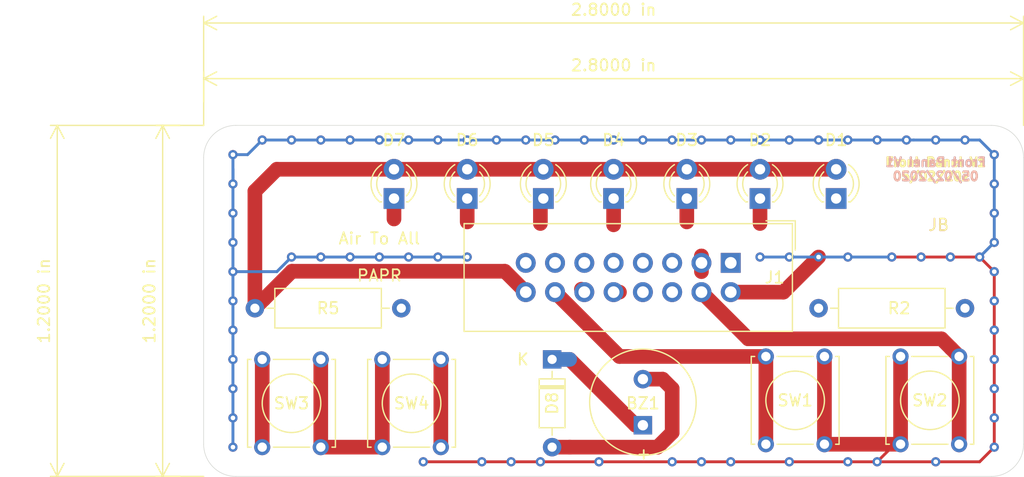
<source format=kicad_pcb>
(kicad_pcb (version 20171130) (host pcbnew "(5.1.5)-3")

  (general
    (thickness 1.6)
    (drawings 19)
    (tracks 210)
    (zones 0)
    (modules 16)
    (nets 16)
  )

  (page A4)
  (layers
    (0 F.Cu signal)
    (31 B.Cu signal)
    (32 B.Adhes user)
    (33 F.Adhes user)
    (34 B.Paste user)
    (35 F.Paste user)
    (36 B.SilkS user)
    (37 F.SilkS user)
    (38 B.Mask user)
    (39 F.Mask user)
    (40 Dwgs.User user)
    (41 Cmts.User user)
    (42 Eco1.User user)
    (43 Eco2.User user)
    (44 Edge.Cuts user)
    (45 Margin user)
    (46 B.CrtYd user)
    (47 F.CrtYd user)
    (48 B.Fab user hide)
    (49 F.Fab user hide)
  )

  (setup
    (last_trace_width 1.27)
    (user_trace_width 1.27)
    (trace_clearance 0.2)
    (zone_clearance 0.508)
    (zone_45_only no)
    (trace_min 0.2)
    (via_size 0.8)
    (via_drill 0.4)
    (via_min_size 0.4)
    (via_min_drill 0.3)
    (uvia_size 0.3)
    (uvia_drill 0.1)
    (uvias_allowed no)
    (uvia_min_size 0.2)
    (uvia_min_drill 0.1)
    (edge_width 0.05)
    (segment_width 0.2)
    (pcb_text_width 0.3)
    (pcb_text_size 1.5 1.5)
    (mod_edge_width 0.12)
    (mod_text_size 1 1)
    (mod_text_width 0.15)
    (pad_size 1.524 1.524)
    (pad_drill 0.762)
    (pad_to_mask_clearance 0.051)
    (solder_mask_min_width 0.25)
    (aux_axis_origin 0 0)
    (visible_elements 7FFFF7FF)
    (pcbplotparams
      (layerselection 0x010fc_ffffffff)
      (usegerberextensions false)
      (usegerberattributes false)
      (usegerberadvancedattributes false)
      (creategerberjobfile false)
      (excludeedgelayer true)
      (linewidth 0.100000)
      (plotframeref false)
      (viasonmask false)
      (mode 1)
      (useauxorigin false)
      (hpglpennumber 1)
      (hpglpenspeed 20)
      (hpglpendiameter 15.000000)
      (psnegative false)
      (psa4output false)
      (plotreference true)
      (plotvalue true)
      (plotinvisibletext false)
      (padsonsilk false)
      (subtractmaskfromsilk false)
      (outputformat 1)
      (mirror false)
      (drillshape 0)
      (scaleselection 1)
      (outputdirectory "../../2/"))
  )

  (net 0 "")
  (net 1 GND)
  (net 2 Down)
  (net 3 Up)
  (net 4 +5V)
  (net 5 LED5)
  (net 6 LED4)
  (net 7 LED3)
  (net 8 LED2)
  (net 9 LED1)
  (net 10 LED7)
  (net 11 LED6)
  (net 12 ON)
  (net 13 ON\*OFF)
  (net 14 Buzzer-)
  (net 15 Buzzer+)

  (net_class Default "This is the default net class."
    (clearance 0.2)
    (trace_width 0.25)
    (via_dia 0.8)
    (via_drill 0.4)
    (uvia_dia 0.3)
    (uvia_drill 0.1)
    (add_net +5V)
    (add_net Buzzer+)
    (add_net Buzzer-)
    (add_net Down)
    (add_net GND)
    (add_net LED1)
    (add_net LED2)
    (add_net LED3)
    (add_net LED4)
    (add_net LED5)
    (add_net LED6)
    (add_net LED7)
    (add_net ON)
    (add_net ON\*OFF)
    (add_net Up)
  )

  (module Resistor_THT:R_Axial_DIN0309_L9.0mm_D3.2mm_P12.70mm_Horizontal (layer F.Cu) (tedit 5AE5139B) (tstamp 5EAD35E4)
    (at 217.17 66.675)
    (descr "Resistor, Axial_DIN0309 series, Axial, Horizontal, pin pitch=12.7mm, 0.5W = 1/2W, length*diameter=9*3.2mm^2, http://cdn-reichelt.de/documents/datenblatt/B400/1_4W%23YAG.pdf")
    (tags "Resistor Axial_DIN0309 series Axial Horizontal pin pitch 12.7mm 0.5W = 1/2W length 9mm diameter 3.2mm")
    (path /5EB58C97)
    (fp_text reference R2 (at 6.985 0) (layer F.SilkS)
      (effects (font (size 1 1) (thickness 0.15)))
    )
    (fp_text value 100k (at 6.35 2.72) (layer F.Fab)
      (effects (font (size 1 1) (thickness 0.15)))
    )
    (fp_text user %R (at 6.35 0) (layer F.Fab)
      (effects (font (size 1 1) (thickness 0.15)))
    )
    (fp_line (start 13.75 -1.85) (end -1.05 -1.85) (layer F.CrtYd) (width 0.05))
    (fp_line (start 13.75 1.85) (end 13.75 -1.85) (layer F.CrtYd) (width 0.05))
    (fp_line (start -1.05 1.85) (end 13.75 1.85) (layer F.CrtYd) (width 0.05))
    (fp_line (start -1.05 -1.85) (end -1.05 1.85) (layer F.CrtYd) (width 0.05))
    (fp_line (start 11.66 0) (end 10.97 0) (layer F.SilkS) (width 0.12))
    (fp_line (start 1.04 0) (end 1.73 0) (layer F.SilkS) (width 0.12))
    (fp_line (start 10.97 -1.72) (end 1.73 -1.72) (layer F.SilkS) (width 0.12))
    (fp_line (start 10.97 1.72) (end 10.97 -1.72) (layer F.SilkS) (width 0.12))
    (fp_line (start 1.73 1.72) (end 10.97 1.72) (layer F.SilkS) (width 0.12))
    (fp_line (start 1.73 -1.72) (end 1.73 1.72) (layer F.SilkS) (width 0.12))
    (fp_line (start 12.7 0) (end 10.85 0) (layer F.Fab) (width 0.1))
    (fp_line (start 0 0) (end 1.85 0) (layer F.Fab) (width 0.1))
    (fp_line (start 10.85 -1.6) (end 1.85 -1.6) (layer F.Fab) (width 0.1))
    (fp_line (start 10.85 1.6) (end 10.85 -1.6) (layer F.Fab) (width 0.1))
    (fp_line (start 1.85 1.6) (end 10.85 1.6) (layer F.Fab) (width 0.1))
    (fp_line (start 1.85 -1.6) (end 1.85 1.6) (layer F.Fab) (width 0.1))
    (pad 2 thru_hole oval (at 12.7 0) (size 1.6 1.6) (drill 0.8) (layers *.Cu *.Mask)
      (net 4 +5V))
    (pad 1 thru_hole circle (at 0 0) (size 1.6 1.6) (drill 0.8) (layers *.Cu *.Mask)
      (net 2 Down))
    (model ${KISYS3DMOD}/Resistor_THT.3dshapes/R_Axial_DIN0309_L9.0mm_D3.2mm_P12.70mm_Horizontal.wrl
      (at (xyz 0 0 0))
      (scale (xyz 1 1 1))
      (rotate (xyz 0 0 0))
    )
  )

  (module Button_Switch_THT:SW_Tactile_Straight_KSL0Axx1LFTR (layer F.Cu) (tedit 5A02FE31) (tstamp 5EAD0D7A)
    (at 224.282 78.486 90)
    (descr "SW PUSH SMALL http://www.ckswitches.com/media/1457/ksa_ksl.pdf")
    (tags "SW PUSH SMALL Tactile C&K")
    (path /5EABAB46)
    (fp_text reference SW2 (at 3.81 2.54 180) (layer F.SilkS)
      (effects (font (size 1 1) (thickness 0.15)))
    )
    (fp_text value Fan_Up (at 3.81 7.28 90) (layer F.Fab)
      (effects (font (size 1 1) (thickness 0.15)))
    )
    (fp_circle (center 3.81 2.54) (end 3.81 0) (layer F.SilkS) (width 0.12))
    (fp_line (start 0 6.05) (end 0 6.35) (layer F.SilkS) (width 0.12))
    (fp_line (start 7.62 6.05) (end 7.62 6.35) (layer F.SilkS) (width 0.12))
    (fp_line (start 8.57 6.49) (end -0.95 6.49) (layer F.CrtYd) (width 0.05))
    (fp_line (start 8.57 6.49) (end 8.57 -1.41) (layer F.CrtYd) (width 0.05))
    (fp_line (start -0.95 -1.41) (end -0.95 6.49) (layer F.CrtYd) (width 0.05))
    (fp_line (start -0.95 -1.41) (end 8.57 -1.41) (layer F.CrtYd) (width 0.05))
    (fp_line (start 0 0.97) (end 0 4.11) (layer F.SilkS) (width 0.12))
    (fp_line (start 7.62 0.97) (end 7.62 4.11) (layer F.SilkS) (width 0.12))
    (fp_line (start 0 -1.27) (end 0 -0.97) (layer F.SilkS) (width 0.12))
    (fp_line (start 7.62 6.35) (end 0 6.35) (layer F.SilkS) (width 0.12))
    (fp_line (start 7.62 -1.27) (end 7.62 -0.97) (layer F.SilkS) (width 0.12))
    (fp_line (start 0 -1.27) (end 7.62 -1.27) (layer F.SilkS) (width 0.12))
    (fp_text user %R (at 3.81 2.54 90) (layer F.Fab)
      (effects (font (size 1 1) (thickness 0.15)))
    )
    (fp_line (start 0.11 6.24) (end 0.11 -1.16) (layer F.Fab) (width 0.1))
    (fp_line (start 0.11 -1.16) (end 7.51 -1.16) (layer F.Fab) (width 0.1))
    (fp_line (start 7.51 -1.16) (end 7.51 6.24) (layer F.Fab) (width 0.1))
    (fp_line (start 7.51 6.24) (end 0.11 6.24) (layer F.Fab) (width 0.1))
    (pad 2 thru_hole circle (at 0 5.08 90) (size 1.397 1.397) (drill 0.8128) (layers *.Cu *.Mask)
      (net 3 Up))
    (pad 1 thru_hole circle (at 0 0 90) (size 1.397 1.397) (drill 0.8128) (layers *.Cu *.Mask)
      (net 1 GND))
    (pad 2 thru_hole circle (at 7.62 5.08 90) (size 1.397 1.397) (drill 0.8128) (layers *.Cu *.Mask)
      (net 3 Up))
    (pad 1 thru_hole circle (at 7.62 0 90) (size 1.397 1.397) (drill 0.8128) (layers *.Cu *.Mask)
      (net 1 GND))
    (model ${KISYS3DMOD}/Button_Switch_THT.3dshapes/SW_PUSH_6mm_H5mm.wrl
      (at (xyz 0 0 0))
      (scale (xyz 1.2 1.1 1))
      (rotate (xyz 0 0 0))
    )
  )

  (module Connector_IDC:IDC-Header_2x08_P2.54mm_Vertical (layer F.Cu) (tedit 59DE0341) (tstamp 5EB436F6)
    (at 209.55 62.738 270)
    (descr "Through hole straight IDC box header, 2x08, 2.54mm pitch, double rows")
    (tags "Through hole IDC box header THT 2x08 2.54mm double row")
    (path /5EB458C0)
    (fp_text reference J1 (at 1.27 -3.81) (layer F.SilkS)
      (effects (font (size 1 1) (thickness 0.15)))
    )
    (fp_text value Front_panel_control (at 1.27 24.384 90) (layer F.Fab)
      (effects (font (size 1 1) (thickness 0.15)))
    )
    (fp_line (start -3.655 -5.6) (end -1.115 -5.6) (layer F.SilkS) (width 0.12))
    (fp_line (start -3.655 -5.6) (end -3.655 -3.06) (layer F.SilkS) (width 0.12))
    (fp_line (start -3.405 -5.35) (end 5.945 -5.35) (layer F.SilkS) (width 0.12))
    (fp_line (start -3.405 23.13) (end -3.405 -5.35) (layer F.SilkS) (width 0.12))
    (fp_line (start 5.945 23.13) (end -3.405 23.13) (layer F.SilkS) (width 0.12))
    (fp_line (start 5.945 -5.35) (end 5.945 23.13) (layer F.SilkS) (width 0.12))
    (fp_line (start -3.41 -5.35) (end 5.95 -5.35) (layer F.CrtYd) (width 0.05))
    (fp_line (start -3.41 23.13) (end -3.41 -5.35) (layer F.CrtYd) (width 0.05))
    (fp_line (start 5.95 23.13) (end -3.41 23.13) (layer F.CrtYd) (width 0.05))
    (fp_line (start 5.95 -5.35) (end 5.95 23.13) (layer F.CrtYd) (width 0.05))
    (fp_line (start -3.155 22.88) (end -2.605 22.32) (layer F.Fab) (width 0.1))
    (fp_line (start -3.155 -5.1) (end -2.605 -4.56) (layer F.Fab) (width 0.1))
    (fp_line (start 5.695 22.88) (end 5.145 22.32) (layer F.Fab) (width 0.1))
    (fp_line (start 5.695 -5.1) (end 5.145 -4.56) (layer F.Fab) (width 0.1))
    (fp_line (start 5.145 22.32) (end -2.605 22.32) (layer F.Fab) (width 0.1))
    (fp_line (start 5.695 22.88) (end -3.155 22.88) (layer F.Fab) (width 0.1))
    (fp_line (start 5.145 -4.56) (end -2.605 -4.56) (layer F.Fab) (width 0.1))
    (fp_line (start 5.695 -5.1) (end -3.155 -5.1) (layer F.Fab) (width 0.1))
    (fp_line (start -2.605 11.14) (end -3.155 11.14) (layer F.Fab) (width 0.1))
    (fp_line (start -2.605 6.64) (end -3.155 6.64) (layer F.Fab) (width 0.1))
    (fp_line (start -2.605 11.14) (end -2.605 22.32) (layer F.Fab) (width 0.1))
    (fp_line (start -2.605 -4.56) (end -2.605 6.64) (layer F.Fab) (width 0.1))
    (fp_line (start -3.155 -5.1) (end -3.155 22.88) (layer F.Fab) (width 0.1))
    (fp_line (start 5.145 -4.56) (end 5.145 22.32) (layer F.Fab) (width 0.1))
    (fp_line (start 5.695 -5.1) (end 5.695 22.88) (layer F.Fab) (width 0.1))
    (fp_text user %R (at 1.27 8.89 90) (layer F.Fab)
      (effects (font (size 1 1) (thickness 0.15)))
    )
    (pad 16 thru_hole oval (at 2.54 17.78 270) (size 1.7272 1.7272) (drill 1.016) (layers *.Cu *.Mask)
      (net 4 +5V))
    (pad 15 thru_hole oval (at 0 17.78 270) (size 1.7272 1.7272) (drill 1.016) (layers *.Cu *.Mask)
      (net 1 GND))
    (pad 14 thru_hole oval (at 2.54 15.24 270) (size 1.7272 1.7272) (drill 1.016) (layers *.Cu *.Mask)
      (net 2 Down))
    (pad 13 thru_hole oval (at 0 15.24 270) (size 1.7272 1.7272) (drill 1.016) (layers *.Cu *.Mask)
      (net 10 LED7))
    (pad 12 thru_hole oval (at 2.54 12.7 270) (size 1.7272 1.7272) (drill 1.016) (layers *.Cu *.Mask)
      (net 13 ON\*OFF))
    (pad 11 thru_hole oval (at 0 12.7 270) (size 1.7272 1.7272) (drill 1.016) (layers *.Cu *.Mask)
      (net 11 LED6))
    (pad 10 thru_hole oval (at 2.54 10.16 270) (size 1.7272 1.7272) (drill 1.016) (layers *.Cu *.Mask)
      (net 14 Buzzer-))
    (pad 9 thru_hole oval (at 0 10.16 270) (size 1.7272 1.7272) (drill 1.016) (layers *.Cu *.Mask)
      (net 5 LED5))
    (pad 8 thru_hole oval (at 2.54 7.62 270) (size 1.7272 1.7272) (drill 1.016) (layers *.Cu *.Mask)
      (net 15 Buzzer+))
    (pad 7 thru_hole oval (at 0 7.62 270) (size 1.7272 1.7272) (drill 1.016) (layers *.Cu *.Mask)
      (net 6 LED4))
    (pad 6 thru_hole oval (at 2.54 5.08 270) (size 1.7272 1.7272) (drill 1.016) (layers *.Cu *.Mask)
      (net 12 ON))
    (pad 5 thru_hole oval (at 0 5.08 270) (size 1.7272 1.7272) (drill 1.016) (layers *.Cu *.Mask)
      (net 7 LED3))
    (pad 4 thru_hole oval (at 2.54 2.54 270) (size 1.7272 1.7272) (drill 1.016) (layers *.Cu *.Mask)
      (net 3 Up))
    (pad 3 thru_hole oval (at 0 2.54 270) (size 1.7272 1.7272) (drill 1.016) (layers *.Cu *.Mask)
      (net 8 LED2))
    (pad 2 thru_hole oval (at 2.54 0 270) (size 1.7272 1.7272) (drill 1.016) (layers *.Cu *.Mask)
      (net 1 GND))
    (pad 1 thru_hole rect (at 0 0 270) (size 1.7272 1.7272) (drill 1.016) (layers *.Cu *.Mask)
      (net 9 LED1))
    (model ${KISYS3DMOD}/Connector_IDC.3dshapes/IDC-Header_2x08_P2.54mm_Vertical.wrl
      (at (xyz 0 0 0))
      (scale (xyz 1 1 1))
      (rotate (xyz 0 0 0))
    )
  )

  (module Buzzer_Beeper:MagneticBuzzer_PUI_AT-0927-TT-6-R (layer F.Cu) (tedit 5D61BE61) (tstamp 5EADA5C7)
    (at 201.93 76.835 90)
    (descr "Buzzer Magnetic 9mm AT-0927-TT-6-R, http://www.puiaudio.com/pdf/AT-0927-TT-6-R.pdf")
    (tags "Buzzer Magnetic 9mm AT-0927-TT-6-R")
    (path /5EF39919)
    (fp_text reference BZ1 (at 1.905 0 180) (layer F.SilkS)
      (effects (font (size 1 1) (thickness 0.15)))
    )
    (fp_text value Buzzer (at 2 7 90) (layer F.Fab)
      (effects (font (size 1 1) (thickness 0.15)))
    )
    (fp_circle (center 2 0) (end 6.75 0) (layer F.CrtYd) (width 0.05))
    (fp_circle (center 2 0) (end 6.5 0) (layer F.Fab) (width 0.1))
    (fp_text user + (at -2.54 0 90) (layer F.SilkS)
      (effects (font (size 1 1) (thickness 0.15)))
    )
    (fp_text user + (at -1.5 -0.1 90) (layer F.Fab)
      (effects (font (size 1 1) (thickness 0.15)))
    )
    (fp_text user %R (at 2 2 90) (layer F.Fab)
      (effects (font (size 1 1) (thickness 0.15)))
    )
    (fp_circle (center 2 0) (end 6.62 0) (layer F.SilkS) (width 0.12))
    (pad 2 thru_hole circle (at 4 0 90) (size 1.6 1.6) (drill 0.9) (layers *.Cu *.Mask)
      (net 14 Buzzer-))
    (pad 1 thru_hole rect (at 0 0 90) (size 1.6 1.6) (drill 0.9) (layers *.Cu *.Mask)
      (net 15 Buzzer+))
    (model ${KISYS3DMOD}/Buzzer_Beeper.3dshapes/MagneticBuzzer_PUI_AT-0927-TT-6-R.wrl
      (at (xyz 0 0 0))
      (scale (xyz 1 1.1 1))
      (rotate (xyz 0 0 0))
    )
    (model ${KISYS3DMOD}/Buzzer_Beeper.3dshapes/MagneticBuzzer_Kingstate_KCG0601.step
      (at (xyz 0 0 0))
      (scale (xyz 1.2 1.2 1))
      (rotate (xyz 0 0 0))
    )
  )

  (module Diode_THT:D_DO-35_SOD27_P7.62mm_Horizontal (layer F.Cu) (tedit 5AE50CD5) (tstamp 5EADA6E2)
    (at 194.056 71.12 270)
    (descr "Diode, DO-35_SOD27 series, Axial, Horizontal, pin pitch=7.62mm, , length*diameter=4*2mm^2, , http://www.diodes.com/_files/packages/DO-35.pdf")
    (tags "Diode DO-35_SOD27 series Axial Horizontal pin pitch 7.62mm  length 4mm diameter 2mm")
    (path /5EC36708)
    (fp_text reference D8 (at 3.81 0 90) (layer F.SilkS)
      (effects (font (size 1 1) (thickness 0.15)))
    )
    (fp_text value 1N914 (at 3.81 2.12 90) (layer F.Fab)
      (effects (font (size 1 1) (thickness 0.15)))
    )
    (fp_text user K (at 0 2.54 180) (layer F.SilkS)
      (effects (font (size 1 1) (thickness 0.15)))
    )
    (fp_text user K (at 0 -1.8 90) (layer F.Fab)
      (effects (font (size 1 1) (thickness 0.15)))
    )
    (fp_text user %R (at 4.11 0 90) (layer F.Fab)
      (effects (font (size 0.8 0.8) (thickness 0.12)))
    )
    (fp_line (start 8.67 -1.25) (end -1.05 -1.25) (layer F.CrtYd) (width 0.05))
    (fp_line (start 8.67 1.25) (end 8.67 -1.25) (layer F.CrtYd) (width 0.05))
    (fp_line (start -1.05 1.25) (end 8.67 1.25) (layer F.CrtYd) (width 0.05))
    (fp_line (start -1.05 -1.25) (end -1.05 1.25) (layer F.CrtYd) (width 0.05))
    (fp_line (start 2.29 -1.12) (end 2.29 1.12) (layer F.SilkS) (width 0.12))
    (fp_line (start 2.53 -1.12) (end 2.53 1.12) (layer F.SilkS) (width 0.12))
    (fp_line (start 2.41 -1.12) (end 2.41 1.12) (layer F.SilkS) (width 0.12))
    (fp_line (start 6.58 0) (end 5.93 0) (layer F.SilkS) (width 0.12))
    (fp_line (start 1.04 0) (end 1.69 0) (layer F.SilkS) (width 0.12))
    (fp_line (start 5.93 -1.12) (end 1.69 -1.12) (layer F.SilkS) (width 0.12))
    (fp_line (start 5.93 1.12) (end 5.93 -1.12) (layer F.SilkS) (width 0.12))
    (fp_line (start 1.69 1.12) (end 5.93 1.12) (layer F.SilkS) (width 0.12))
    (fp_line (start 1.69 -1.12) (end 1.69 1.12) (layer F.SilkS) (width 0.12))
    (fp_line (start 2.31 -1) (end 2.31 1) (layer F.Fab) (width 0.1))
    (fp_line (start 2.51 -1) (end 2.51 1) (layer F.Fab) (width 0.1))
    (fp_line (start 2.41 -1) (end 2.41 1) (layer F.Fab) (width 0.1))
    (fp_line (start 7.62 0) (end 5.81 0) (layer F.Fab) (width 0.1))
    (fp_line (start 0 0) (end 1.81 0) (layer F.Fab) (width 0.1))
    (fp_line (start 5.81 -1) (end 1.81 -1) (layer F.Fab) (width 0.1))
    (fp_line (start 5.81 1) (end 5.81 -1) (layer F.Fab) (width 0.1))
    (fp_line (start 1.81 1) (end 5.81 1) (layer F.Fab) (width 0.1))
    (fp_line (start 1.81 -1) (end 1.81 1) (layer F.Fab) (width 0.1))
    (pad 2 thru_hole oval (at 7.62 0 270) (size 1.6 1.6) (drill 0.8) (layers *.Cu *.Mask)
      (net 14 Buzzer-))
    (pad 1 thru_hole rect (at 0 0 270) (size 1.6 1.6) (drill 0.8) (layers *.Cu *.Mask)
      (net 15 Buzzer+))
    (model ${KISYS3DMOD}/Diode_THT.3dshapes/D_DO-35_SOD27_P7.62mm_Horizontal.wrl
      (at (xyz 0 0 0))
      (scale (xyz 1 1 1))
      (rotate (xyz 0 0 0))
    )
  )

  (module Button_Switch_THT:SW_Tactile_Straight_KSL0Axx1LFTR (layer F.Cu) (tedit 5A02FE31) (tstamp 5EAD0DA8)
    (at 184.404 71.12 270)
    (descr "SW PUSH SMALL http://www.ckswitches.com/media/1457/ksa_ksl.pdf")
    (tags "SW PUSH SMALL Tactile C&K")
    (path /5EAB9325)
    (fp_text reference SW4 (at 3.81 2.54 180) (layer F.SilkS)
      (effects (font (size 1 1) (thickness 0.15)))
    )
    (fp_text value Power_off (at 3.81 7.28 90) (layer F.Fab)
      (effects (font (size 1 1) (thickness 0.15)))
    )
    (fp_circle (center 3.81 2.54) (end 3.81 0) (layer F.SilkS) (width 0.12))
    (fp_line (start 0 6.05) (end 0 6.35) (layer F.SilkS) (width 0.12))
    (fp_line (start 7.62 6.05) (end 7.62 6.35) (layer F.SilkS) (width 0.12))
    (fp_line (start 8.57 6.49) (end -0.95 6.49) (layer F.CrtYd) (width 0.05))
    (fp_line (start 8.57 6.49) (end 8.57 -1.41) (layer F.CrtYd) (width 0.05))
    (fp_line (start -0.95 -1.41) (end -0.95 6.49) (layer F.CrtYd) (width 0.05))
    (fp_line (start -0.95 -1.41) (end 8.57 -1.41) (layer F.CrtYd) (width 0.05))
    (fp_line (start 0 0.97) (end 0 4.11) (layer F.SilkS) (width 0.12))
    (fp_line (start 7.62 0.97) (end 7.62 4.11) (layer F.SilkS) (width 0.12))
    (fp_line (start 0 -1.27) (end 0 -0.97) (layer F.SilkS) (width 0.12))
    (fp_line (start 7.62 6.35) (end 0 6.35) (layer F.SilkS) (width 0.12))
    (fp_line (start 7.62 -1.27) (end 7.62 -0.97) (layer F.SilkS) (width 0.12))
    (fp_line (start 0 -1.27) (end 7.62 -1.27) (layer F.SilkS) (width 0.12))
    (fp_text user %R (at 3.81 2.54 90) (layer F.Fab)
      (effects (font (size 1 1) (thickness 0.15)))
    )
    (fp_line (start 0.11 6.24) (end 0.11 -1.16) (layer F.Fab) (width 0.1))
    (fp_line (start 0.11 -1.16) (end 7.51 -1.16) (layer F.Fab) (width 0.1))
    (fp_line (start 7.51 -1.16) (end 7.51 6.24) (layer F.Fab) (width 0.1))
    (fp_line (start 7.51 6.24) (end 0.11 6.24) (layer F.Fab) (width 0.1))
    (pad 2 thru_hole circle (at 0 5.08 270) (size 1.397 1.397) (drill 0.8128) (layers *.Cu *.Mask)
      (net 13 ON\*OFF))
    (pad 1 thru_hole circle (at 0 0 270) (size 1.397 1.397) (drill 0.8128) (layers *.Cu *.Mask)
      (net 1 GND))
    (pad 2 thru_hole circle (at 7.62 5.08 270) (size 1.397 1.397) (drill 0.8128) (layers *.Cu *.Mask)
      (net 13 ON\*OFF))
    (pad 1 thru_hole circle (at 7.62 0 270) (size 1.397 1.397) (drill 0.8128) (layers *.Cu *.Mask)
      (net 1 GND))
    (model ${KISYS3DMOD}/Button_Switch_THT.3dshapes/SW_PUSH_6mm_H5mm.step
      (at (xyz 0 0 0))
      (scale (xyz 1.2 1.1 1))
      (rotate (xyz 0 0 0))
    )
  )

  (module Button_Switch_THT:SW_Tactile_Straight_KSL0Axx1LFTR (layer F.Cu) (tedit 5A02FE31) (tstamp 5EAD0D91)
    (at 173.99 71.12 270)
    (descr "SW PUSH SMALL http://www.ckswitches.com/media/1457/ksa_ksl.pdf")
    (tags "SW PUSH SMALL Tactile C&K")
    (path /5EAA574F)
    (fp_text reference SW3 (at 3.81 2.54 180) (layer F.SilkS)
      (effects (font (size 1 1) (thickness 0.15)))
    )
    (fp_text value Power_On (at 3.81 7.28 90) (layer F.Fab)
      (effects (font (size 1 1) (thickness 0.15)))
    )
    (fp_circle (center 3.81 2.54) (end 3.81 0) (layer F.SilkS) (width 0.12))
    (fp_line (start 0 6.05) (end 0 6.35) (layer F.SilkS) (width 0.12))
    (fp_line (start 7.62 6.05) (end 7.62 6.35) (layer F.SilkS) (width 0.12))
    (fp_line (start 8.57 6.49) (end -0.95 6.49) (layer F.CrtYd) (width 0.05))
    (fp_line (start 8.57 6.49) (end 8.57 -1.41) (layer F.CrtYd) (width 0.05))
    (fp_line (start -0.95 -1.41) (end -0.95 6.49) (layer F.CrtYd) (width 0.05))
    (fp_line (start -0.95 -1.41) (end 8.57 -1.41) (layer F.CrtYd) (width 0.05))
    (fp_line (start 0 0.97) (end 0 4.11) (layer F.SilkS) (width 0.12))
    (fp_line (start 7.62 0.97) (end 7.62 4.11) (layer F.SilkS) (width 0.12))
    (fp_line (start 0 -1.27) (end 0 -0.97) (layer F.SilkS) (width 0.12))
    (fp_line (start 7.62 6.35) (end 0 6.35) (layer F.SilkS) (width 0.12))
    (fp_line (start 7.62 -1.27) (end 7.62 -0.97) (layer F.SilkS) (width 0.12))
    (fp_line (start 0 -1.27) (end 7.62 -1.27) (layer F.SilkS) (width 0.12))
    (fp_text user %R (at 3.81 2.54 90) (layer F.Fab)
      (effects (font (size 1 1) (thickness 0.15)))
    )
    (fp_line (start 0.11 6.24) (end 0.11 -1.16) (layer F.Fab) (width 0.1))
    (fp_line (start 0.11 -1.16) (end 7.51 -1.16) (layer F.Fab) (width 0.1))
    (fp_line (start 7.51 -1.16) (end 7.51 6.24) (layer F.Fab) (width 0.1))
    (fp_line (start 7.51 6.24) (end 0.11 6.24) (layer F.Fab) (width 0.1))
    (pad 2 thru_hole circle (at 0 5.08 270) (size 1.397 1.397) (drill 0.8128) (layers *.Cu *.Mask)
      (net 12 ON))
    (pad 1 thru_hole circle (at 0 0 270) (size 1.397 1.397) (drill 0.8128) (layers *.Cu *.Mask)
      (net 13 ON\*OFF))
    (pad 2 thru_hole circle (at 7.62 5.08 270) (size 1.397 1.397) (drill 0.8128) (layers *.Cu *.Mask)
      (net 12 ON))
    (pad 1 thru_hole circle (at 7.62 0 270) (size 1.397 1.397) (drill 0.8128) (layers *.Cu *.Mask)
      (net 13 ON\*OFF))
    (model ${KISYS3DMOD}/Button_Switch_THT.3dshapes/SW_PUSH_6mm_H5mm.wrl
      (at (xyz 0 0 0))
      (scale (xyz 1.2 1.1 1))
      (rotate (xyz 0 0 0))
    )
  )

  (module Button_Switch_THT:SW_Tactile_Straight_KSL0Axx1LFTR (layer F.Cu) (tedit 5A02FE31) (tstamp 5EAD0D63)
    (at 217.678 70.866 270)
    (descr "SW PUSH SMALL http://www.ckswitches.com/media/1457/ksa_ksl.pdf")
    (tags "SW PUSH SMALL Tactile C&K")
    (path /5EAB9CD6)
    (fp_text reference SW1 (at 3.81 2.54 180) (layer F.SilkS)
      (effects (font (size 1 1) (thickness 0.15)))
    )
    (fp_text value Fan_Down (at 3.81 7.28 90) (layer F.Fab)
      (effects (font (size 1 1) (thickness 0.15)))
    )
    (fp_circle (center 3.81 2.54) (end 3.81 0) (layer F.SilkS) (width 0.12))
    (fp_line (start 0 6.05) (end 0 6.35) (layer F.SilkS) (width 0.12))
    (fp_line (start 7.62 6.05) (end 7.62 6.35) (layer F.SilkS) (width 0.12))
    (fp_line (start 8.57 6.49) (end -0.95 6.49) (layer F.CrtYd) (width 0.05))
    (fp_line (start 8.57 6.49) (end 8.57 -1.41) (layer F.CrtYd) (width 0.05))
    (fp_line (start -0.95 -1.41) (end -0.95 6.49) (layer F.CrtYd) (width 0.05))
    (fp_line (start -0.95 -1.41) (end 8.57 -1.41) (layer F.CrtYd) (width 0.05))
    (fp_line (start 0 0.97) (end 0 4.11) (layer F.SilkS) (width 0.12))
    (fp_line (start 7.62 0.97) (end 7.62 4.11) (layer F.SilkS) (width 0.12))
    (fp_line (start 0 -1.27) (end 0 -0.97) (layer F.SilkS) (width 0.12))
    (fp_line (start 7.62 6.35) (end 0 6.35) (layer F.SilkS) (width 0.12))
    (fp_line (start 7.62 -1.27) (end 7.62 -0.97) (layer F.SilkS) (width 0.12))
    (fp_line (start 0 -1.27) (end 7.62 -1.27) (layer F.SilkS) (width 0.12))
    (fp_text user %R (at 3.81 2.54 90) (layer F.Fab)
      (effects (font (size 1 1) (thickness 0.15)))
    )
    (fp_line (start 0.11 6.24) (end 0.11 -1.16) (layer F.Fab) (width 0.1))
    (fp_line (start 0.11 -1.16) (end 7.51 -1.16) (layer F.Fab) (width 0.1))
    (fp_line (start 7.51 -1.16) (end 7.51 6.24) (layer F.Fab) (width 0.1))
    (fp_line (start 7.51 6.24) (end 0.11 6.24) (layer F.Fab) (width 0.1))
    (pad 2 thru_hole circle (at 0 5.08 270) (size 1.397 1.397) (drill 0.8128) (layers *.Cu *.Mask)
      (net 2 Down))
    (pad 1 thru_hole circle (at 0 0 270) (size 1.397 1.397) (drill 0.8128) (layers *.Cu *.Mask)
      (net 1 GND))
    (pad 2 thru_hole circle (at 7.62 5.08 270) (size 1.397 1.397) (drill 0.8128) (layers *.Cu *.Mask)
      (net 2 Down))
    (pad 1 thru_hole circle (at 7.62 0 270) (size 1.397 1.397) (drill 0.8128) (layers *.Cu *.Mask)
      (net 1 GND))
    (model ${KISYS3DMOD}/Button_Switch_THT.3dshapes/SW_PUSH_6mm_H5mm.step
      (at (xyz 0 0 0))
      (scale (xyz 1.2 1.1 1))
      (rotate (xyz 0 0 0))
    )
  )

  (module Resistor_THT:R_Axial_DIN0309_L9.0mm_D3.2mm_P12.70mm_Horizontal (layer F.Cu) (tedit 5AE5139B) (tstamp 5EAD3611)
    (at 180.975 66.675 180)
    (descr "Resistor, Axial_DIN0309 series, Axial, Horizontal, pin pitch=12.7mm, 0.5W = 1/2W, length*diameter=9*3.2mm^2, http://cdn-reichelt.de/documents/datenblatt/B400/1_4W%23YAG.pdf")
    (tags "Resistor Axial_DIN0309 series Axial Horizontal pin pitch 12.7mm 0.5W = 1/2W length 9mm diameter 3.2mm")
    (path /5EB5A575)
    (fp_text reference R5 (at 6.35 0) (layer F.SilkS)
      (effects (font (size 1 1) (thickness 0.15)))
    )
    (fp_text value 100k (at 6.35 2.72) (layer F.Fab)
      (effects (font (size 1 1) (thickness 0.15)))
    )
    (fp_text user %R (at 6.35 0) (layer F.Fab)
      (effects (font (size 1 1) (thickness 0.15)))
    )
    (fp_line (start 13.75 -1.85) (end -1.05 -1.85) (layer F.CrtYd) (width 0.05))
    (fp_line (start 13.75 1.85) (end 13.75 -1.85) (layer F.CrtYd) (width 0.05))
    (fp_line (start -1.05 1.85) (end 13.75 1.85) (layer F.CrtYd) (width 0.05))
    (fp_line (start -1.05 -1.85) (end -1.05 1.85) (layer F.CrtYd) (width 0.05))
    (fp_line (start 11.66 0) (end 10.97 0) (layer F.SilkS) (width 0.12))
    (fp_line (start 1.04 0) (end 1.73 0) (layer F.SilkS) (width 0.12))
    (fp_line (start 10.97 -1.72) (end 1.73 -1.72) (layer F.SilkS) (width 0.12))
    (fp_line (start 10.97 1.72) (end 10.97 -1.72) (layer F.SilkS) (width 0.12))
    (fp_line (start 1.73 1.72) (end 10.97 1.72) (layer F.SilkS) (width 0.12))
    (fp_line (start 1.73 -1.72) (end 1.73 1.72) (layer F.SilkS) (width 0.12))
    (fp_line (start 12.7 0) (end 10.85 0) (layer F.Fab) (width 0.1))
    (fp_line (start 0 0) (end 1.85 0) (layer F.Fab) (width 0.1))
    (fp_line (start 10.85 -1.6) (end 1.85 -1.6) (layer F.Fab) (width 0.1))
    (fp_line (start 10.85 1.6) (end 10.85 -1.6) (layer F.Fab) (width 0.1))
    (fp_line (start 1.85 1.6) (end 10.85 1.6) (layer F.Fab) (width 0.1))
    (fp_line (start 1.85 -1.6) (end 1.85 1.6) (layer F.Fab) (width 0.1))
    (pad 2 thru_hole oval (at 12.7 0 180) (size 1.6 1.6) (drill 0.8) (layers *.Cu *.Mask)
      (net 4 +5V))
    (pad 1 thru_hole circle (at 0 0 180) (size 1.6 1.6) (drill 0.8) (layers *.Cu *.Mask)
      (net 3 Up))
    (model ${KISYS3DMOD}/Resistor_THT.3dshapes/R_Axial_DIN0309_L9.0mm_D3.2mm_P12.70mm_Horizontal.wrl
      (at (xyz 0 0 0))
      (scale (xyz 1 1 1))
      (rotate (xyz 0 0 0))
    )
  )

  (module LED_THT:LED_D3.0mm (layer F.Cu) (tedit 587A3A7B) (tstamp 5EAD349E)
    (at 205.74 57.15 90)
    (descr "LED, diameter 3.0mm, 2 pins")
    (tags "LED diameter 3.0mm 2 pins")
    (path /5EAC3768)
    (fp_text reference D3 (at 5.08 0 180) (layer F.SilkS)
      (effects (font (size 1 1) (thickness 0.15)))
    )
    (fp_text value LED (at 1.27 2.96 90) (layer F.Fab)
      (effects (font (size 1 1) (thickness 0.15)))
    )
    (fp_line (start 3.7 -2.25) (end -1.15 -2.25) (layer F.CrtYd) (width 0.05))
    (fp_line (start 3.7 2.25) (end 3.7 -2.25) (layer F.CrtYd) (width 0.05))
    (fp_line (start -1.15 2.25) (end 3.7 2.25) (layer F.CrtYd) (width 0.05))
    (fp_line (start -1.15 -2.25) (end -1.15 2.25) (layer F.CrtYd) (width 0.05))
    (fp_line (start -0.29 1.08) (end -0.29 1.236) (layer F.SilkS) (width 0.12))
    (fp_line (start -0.29 -1.236) (end -0.29 -1.08) (layer F.SilkS) (width 0.12))
    (fp_line (start -0.23 -1.16619) (end -0.23 1.16619) (layer F.Fab) (width 0.1))
    (fp_circle (center 1.27 0) (end 2.77 0) (layer F.Fab) (width 0.1))
    (fp_arc (start 1.27 0) (end 0.229039 1.08) (angle -87.9) (layer F.SilkS) (width 0.12))
    (fp_arc (start 1.27 0) (end 0.229039 -1.08) (angle 87.9) (layer F.SilkS) (width 0.12))
    (fp_arc (start 1.27 0) (end -0.29 1.235516) (angle -108.8) (layer F.SilkS) (width 0.12))
    (fp_arc (start 1.27 0) (end -0.29 -1.235516) (angle 108.8) (layer F.SilkS) (width 0.12))
    (fp_arc (start 1.27 0) (end -0.23 -1.16619) (angle 284.3) (layer F.Fab) (width 0.1))
    (pad 2 thru_hole circle (at 2.54 0 90) (size 1.8 1.8) (drill 0.9) (layers *.Cu *.Mask)
      (net 4 +5V))
    (pad 1 thru_hole rect (at 0 0 90) (size 1.8 1.8) (drill 0.9) (layers *.Cu *.Mask)
      (net 7 LED3))
    (model ${KISYS3DMOD}/LED_THT.3dshapes/LED_D3.0mm.wrl
      (at (xyz 0 0 0))
      (scale (xyz 1 1 1))
      (rotate (xyz 0 0 0))
    )
  )

  (module LED_THT:LED_D3.0mm (layer F.Cu) (tedit 587A3A7B) (tstamp 5EAD348B)
    (at 199.39 57.15 90)
    (descr "LED, diameter 3.0mm, 2 pins")
    (tags "LED diameter 3.0mm 2 pins")
    (path /5EAC3762)
    (fp_text reference D4 (at 5.08 0 180) (layer F.SilkS)
      (effects (font (size 1 1) (thickness 0.15)))
    )
    (fp_text value LED (at 1.27 2.96 90) (layer F.Fab)
      (effects (font (size 1 1) (thickness 0.15)))
    )
    (fp_line (start 3.7 -2.25) (end -1.15 -2.25) (layer F.CrtYd) (width 0.05))
    (fp_line (start 3.7 2.25) (end 3.7 -2.25) (layer F.CrtYd) (width 0.05))
    (fp_line (start -1.15 2.25) (end 3.7 2.25) (layer F.CrtYd) (width 0.05))
    (fp_line (start -1.15 -2.25) (end -1.15 2.25) (layer F.CrtYd) (width 0.05))
    (fp_line (start -0.29 1.08) (end -0.29 1.236) (layer F.SilkS) (width 0.12))
    (fp_line (start -0.29 -1.236) (end -0.29 -1.08) (layer F.SilkS) (width 0.12))
    (fp_line (start -0.23 -1.16619) (end -0.23 1.16619) (layer F.Fab) (width 0.1))
    (fp_circle (center 1.27 0) (end 2.77 0) (layer F.Fab) (width 0.1))
    (fp_arc (start 1.27 0) (end 0.229039 1.08) (angle -87.9) (layer F.SilkS) (width 0.12))
    (fp_arc (start 1.27 0) (end 0.229039 -1.08) (angle 87.9) (layer F.SilkS) (width 0.12))
    (fp_arc (start 1.27 0) (end -0.29 1.235516) (angle -108.8) (layer F.SilkS) (width 0.12))
    (fp_arc (start 1.27 0) (end -0.29 -1.235516) (angle 108.8) (layer F.SilkS) (width 0.12))
    (fp_arc (start 1.27 0) (end -0.23 -1.16619) (angle 284.3) (layer F.Fab) (width 0.1))
    (pad 2 thru_hole circle (at 2.54 0 90) (size 1.8 1.8) (drill 0.9) (layers *.Cu *.Mask)
      (net 4 +5V))
    (pad 1 thru_hole rect (at 0 0 90) (size 1.8 1.8) (drill 0.9) (layers *.Cu *.Mask)
      (net 6 LED4))
    (model ${KISYS3DMOD}/LED_THT.3dshapes/LED_D3.0mm.wrl
      (at (xyz 0 0 0))
      (scale (xyz 1 1 1))
      (rotate (xyz 0 0 0))
    )
  )

  (module LED_THT:LED_D3.0mm (layer F.Cu) (tedit 587A3A7B) (tstamp 5EAD3478)
    (at 193.294 57.15 90)
    (descr "LED, diameter 3.0mm, 2 pins")
    (tags "LED diameter 3.0mm 2 pins")
    (path /5EAC2A27)
    (fp_text reference D5 (at 5.08 0 180) (layer F.SilkS)
      (effects (font (size 1 1) (thickness 0.15)))
    )
    (fp_text value LED (at 1.27 2.96 90) (layer F.Fab)
      (effects (font (size 1 1) (thickness 0.15)))
    )
    (fp_line (start 3.7 -2.25) (end -1.15 -2.25) (layer F.CrtYd) (width 0.05))
    (fp_line (start 3.7 2.25) (end 3.7 -2.25) (layer F.CrtYd) (width 0.05))
    (fp_line (start -1.15 2.25) (end 3.7 2.25) (layer F.CrtYd) (width 0.05))
    (fp_line (start -1.15 -2.25) (end -1.15 2.25) (layer F.CrtYd) (width 0.05))
    (fp_line (start -0.29 1.08) (end -0.29 1.236) (layer F.SilkS) (width 0.12))
    (fp_line (start -0.29 -1.236) (end -0.29 -1.08) (layer F.SilkS) (width 0.12))
    (fp_line (start -0.23 -1.16619) (end -0.23 1.16619) (layer F.Fab) (width 0.1))
    (fp_circle (center 1.27 0) (end 2.77 0) (layer F.Fab) (width 0.1))
    (fp_arc (start 1.27 0) (end 0.229039 1.08) (angle -87.9) (layer F.SilkS) (width 0.12))
    (fp_arc (start 1.27 0) (end 0.229039 -1.08) (angle 87.9) (layer F.SilkS) (width 0.12))
    (fp_arc (start 1.27 0) (end -0.29 1.235516) (angle -108.8) (layer F.SilkS) (width 0.12))
    (fp_arc (start 1.27 0) (end -0.29 -1.235516) (angle 108.8) (layer F.SilkS) (width 0.12))
    (fp_arc (start 1.27 0) (end -0.23 -1.16619) (angle 284.3) (layer F.Fab) (width 0.1))
    (pad 2 thru_hole circle (at 2.54 0 90) (size 1.8 1.8) (drill 0.9) (layers *.Cu *.Mask)
      (net 4 +5V))
    (pad 1 thru_hole rect (at 0 0 90) (size 1.8 1.8) (drill 0.9) (layers *.Cu *.Mask)
      (net 5 LED5))
    (model ${KISYS3DMOD}/LED_THT.3dshapes/LED_D3.0mm.wrl
      (at (xyz 0 0 0))
      (scale (xyz 1 1 1))
      (rotate (xyz 0 0 0))
    )
  )

  (module LED_THT:LED_D3.0mm (layer F.Cu) (tedit 587A3A7B) (tstamp 5EAD3465)
    (at 186.69 57.15 90)
    (descr "LED, diameter 3.0mm, 2 pins")
    (tags "LED diameter 3.0mm 2 pins")
    (path /5EAC2A21)
    (fp_text reference D6 (at 5.08 0 180) (layer F.SilkS)
      (effects (font (size 1 1) (thickness 0.15)))
    )
    (fp_text value LED (at 1.27 2.96 90) (layer F.Fab)
      (effects (font (size 1 1) (thickness 0.15)))
    )
    (fp_line (start 3.7 -2.25) (end -1.15 -2.25) (layer F.CrtYd) (width 0.05))
    (fp_line (start 3.7 2.25) (end 3.7 -2.25) (layer F.CrtYd) (width 0.05))
    (fp_line (start -1.15 2.25) (end 3.7 2.25) (layer F.CrtYd) (width 0.05))
    (fp_line (start -1.15 -2.25) (end -1.15 2.25) (layer F.CrtYd) (width 0.05))
    (fp_line (start -0.29 1.08) (end -0.29 1.236) (layer F.SilkS) (width 0.12))
    (fp_line (start -0.29 -1.236) (end -0.29 -1.08) (layer F.SilkS) (width 0.12))
    (fp_line (start -0.23 -1.16619) (end -0.23 1.16619) (layer F.Fab) (width 0.1))
    (fp_circle (center 1.27 0) (end 2.77 0) (layer F.Fab) (width 0.1))
    (fp_arc (start 1.27 0) (end 0.229039 1.08) (angle -87.9) (layer F.SilkS) (width 0.12))
    (fp_arc (start 1.27 0) (end 0.229039 -1.08) (angle 87.9) (layer F.SilkS) (width 0.12))
    (fp_arc (start 1.27 0) (end -0.29 1.235516) (angle -108.8) (layer F.SilkS) (width 0.12))
    (fp_arc (start 1.27 0) (end -0.29 -1.235516) (angle 108.8) (layer F.SilkS) (width 0.12))
    (fp_arc (start 1.27 0) (end -0.23 -1.16619) (angle 284.3) (layer F.Fab) (width 0.1))
    (pad 2 thru_hole circle (at 2.54 0 90) (size 1.8 1.8) (drill 0.9) (layers *.Cu *.Mask)
      (net 4 +5V))
    (pad 1 thru_hole rect (at 0 0 90) (size 1.8 1.8) (drill 0.9) (layers *.Cu *.Mask)
      (net 11 LED6))
    (model ${KISYS3DMOD}/LED_THT.3dshapes/LED_D3.0mm.wrl
      (at (xyz 0 0 0))
      (scale (xyz 1 1 1))
      (rotate (xyz 0 0 0))
    )
  )

  (module LED_THT:LED_D3.0mm (layer F.Cu) (tedit 587A3A7B) (tstamp 5EAD3452)
    (at 180.34 57.15 90)
    (descr "LED, diameter 3.0mm, 2 pins")
    (tags "LED diameter 3.0mm 2 pins")
    (path /5EB21EDF)
    (fp_text reference D7 (at 5.08 0 180) (layer F.SilkS)
      (effects (font (size 1 1) (thickness 0.15)))
    )
    (fp_text value Fault (at 1.27 2.96 90) (layer F.Fab)
      (effects (font (size 1 1) (thickness 0.15)))
    )
    (fp_line (start 3.7 -2.25) (end -1.15 -2.25) (layer F.CrtYd) (width 0.05))
    (fp_line (start 3.7 2.25) (end 3.7 -2.25) (layer F.CrtYd) (width 0.05))
    (fp_line (start -1.15 2.25) (end 3.7 2.25) (layer F.CrtYd) (width 0.05))
    (fp_line (start -1.15 -2.25) (end -1.15 2.25) (layer F.CrtYd) (width 0.05))
    (fp_line (start -0.29 1.08) (end -0.29 1.236) (layer F.SilkS) (width 0.12))
    (fp_line (start -0.29 -1.236) (end -0.29 -1.08) (layer F.SilkS) (width 0.12))
    (fp_line (start -0.23 -1.16619) (end -0.23 1.16619) (layer F.Fab) (width 0.1))
    (fp_circle (center 1.27 0) (end 2.77 0) (layer F.Fab) (width 0.1))
    (fp_arc (start 1.27 0) (end 0.229039 1.08) (angle -87.9) (layer F.SilkS) (width 0.12))
    (fp_arc (start 1.27 0) (end 0.229039 -1.08) (angle 87.9) (layer F.SilkS) (width 0.12))
    (fp_arc (start 1.27 0) (end -0.29 1.235516) (angle -108.8) (layer F.SilkS) (width 0.12))
    (fp_arc (start 1.27 0) (end -0.29 -1.235516) (angle 108.8) (layer F.SilkS) (width 0.12))
    (fp_arc (start 1.27 0) (end -0.23 -1.16619) (angle 284.3) (layer F.Fab) (width 0.1))
    (pad 2 thru_hole circle (at 2.54 0 90) (size 1.8 1.8) (drill 0.9) (layers *.Cu *.Mask)
      (net 4 +5V))
    (pad 1 thru_hole rect (at 0 0 90) (size 1.8 1.8) (drill 0.9) (layers *.Cu *.Mask)
      (net 10 LED7))
    (model ${KISYS3DMOD}/LED_THT.3dshapes/LED_D3.0mm.wrl
      (at (xyz 0 0 0))
      (scale (xyz 1 1 1))
      (rotate (xyz 0 0 0))
    )
  )

  (module LED_THT:LED_D3.0mm (layer F.Cu) (tedit 587A3A7B) (tstamp 5EAD0BC2)
    (at 218.694 57.15 90)
    (descr "LED, diameter 3.0mm, 2 pins")
    (tags "LED diameter 3.0mm 2 pins")
    (path /5EAC1FBE)
    (fp_text reference D1 (at 5.08 0 180) (layer F.SilkS)
      (effects (font (size 1 1) (thickness 0.15)))
    )
    (fp_text value LED (at 1.27 2.96 90) (layer F.Fab)
      (effects (font (size 1 1) (thickness 0.15)))
    )
    (fp_line (start 3.7 -2.25) (end -1.15 -2.25) (layer F.CrtYd) (width 0.05))
    (fp_line (start 3.7 2.25) (end 3.7 -2.25) (layer F.CrtYd) (width 0.05))
    (fp_line (start -1.15 2.25) (end 3.7 2.25) (layer F.CrtYd) (width 0.05))
    (fp_line (start -1.15 -2.25) (end -1.15 2.25) (layer F.CrtYd) (width 0.05))
    (fp_line (start -0.29 1.08) (end -0.29 1.236) (layer F.SilkS) (width 0.12))
    (fp_line (start -0.29 -1.236) (end -0.29 -1.08) (layer F.SilkS) (width 0.12))
    (fp_line (start -0.23 -1.16619) (end -0.23 1.16619) (layer F.Fab) (width 0.1))
    (fp_circle (center 1.27 0) (end 2.77 0) (layer F.Fab) (width 0.1))
    (fp_arc (start 1.27 0) (end 0.229039 1.08) (angle -87.9) (layer F.SilkS) (width 0.12))
    (fp_arc (start 1.27 0) (end 0.229039 -1.08) (angle 87.9) (layer F.SilkS) (width 0.12))
    (fp_arc (start 1.27 0) (end -0.29 1.235516) (angle -108.8) (layer F.SilkS) (width 0.12))
    (fp_arc (start 1.27 0) (end -0.29 -1.235516) (angle 108.8) (layer F.SilkS) (width 0.12))
    (fp_arc (start 1.27 0) (end -0.23 -1.16619) (angle 284.3) (layer F.Fab) (width 0.1))
    (pad 2 thru_hole circle (at 2.54 0 90) (size 1.8 1.8) (drill 0.9) (layers *.Cu *.Mask)
      (net 4 +5V))
    (pad 1 thru_hole rect (at 0 0 90) (size 1.8 1.8) (drill 0.9) (layers *.Cu *.Mask)
      (net 9 LED1))
    (model ${KISYS3DMOD}/LED_THT.3dshapes/LED_D3.0mm.wrl
      (at (xyz 0 0 0))
      (scale (xyz 1 1 1))
      (rotate (xyz 0 0 0))
    )
  )

  (module LED_THT:LED_D3.0mm (layer F.Cu) (tedit 587A3A7B) (tstamp 5EAD0BAF)
    (at 212.09 57.15 90)
    (descr "LED, diameter 3.0mm, 2 pins")
    (tags "LED diameter 3.0mm 2 pins")
    (path /5EB21ED9)
    (fp_text reference D2 (at 5.08 0 180) (layer F.SilkS)
      (effects (font (size 1 1) (thickness 0.15)))
    )
    (fp_text value LED (at 1.27 2.96 90) (layer F.Fab)
      (effects (font (size 1 1) (thickness 0.15)))
    )
    (fp_line (start 3.7 -2.25) (end -1.15 -2.25) (layer F.CrtYd) (width 0.05))
    (fp_line (start 3.7 2.25) (end 3.7 -2.25) (layer F.CrtYd) (width 0.05))
    (fp_line (start -1.15 2.25) (end 3.7 2.25) (layer F.CrtYd) (width 0.05))
    (fp_line (start -1.15 -2.25) (end -1.15 2.25) (layer F.CrtYd) (width 0.05))
    (fp_line (start -0.29 1.08) (end -0.29 1.236) (layer F.SilkS) (width 0.12))
    (fp_line (start -0.29 -1.236) (end -0.29 -1.08) (layer F.SilkS) (width 0.12))
    (fp_line (start -0.23 -1.16619) (end -0.23 1.16619) (layer F.Fab) (width 0.1))
    (fp_circle (center 1.27 0) (end 2.77 0) (layer F.Fab) (width 0.1))
    (fp_arc (start 1.27 0) (end 0.229039 1.08) (angle -87.9) (layer F.SilkS) (width 0.12))
    (fp_arc (start 1.27 0) (end 0.229039 -1.08) (angle 87.9) (layer F.SilkS) (width 0.12))
    (fp_arc (start 1.27 0) (end -0.29 1.235516) (angle -108.8) (layer F.SilkS) (width 0.12))
    (fp_arc (start 1.27 0) (end -0.29 -1.235516) (angle 108.8) (layer F.SilkS) (width 0.12))
    (fp_arc (start 1.27 0) (end -0.23 -1.16619) (angle 284.3) (layer F.Fab) (width 0.1))
    (pad 2 thru_hole circle (at 2.54 0 90) (size 1.8 1.8) (drill 0.9) (layers *.Cu *.Mask)
      (net 4 +5V))
    (pad 1 thru_hole rect (at 0 0 90) (size 1.8 1.8) (drill 0.9) (layers *.Cu *.Mask)
      (net 8 LED2))
    (model ${KISYS3DMOD}/LED_THT.3dshapes/LED_D3.0mm.wrl
      (at (xyz 0 0 0))
      (scale (xyz 1 1 1))
      (rotate (xyz 0 0 0))
    )
  )

  (dimension 30.48 (width 0.12) (layer F.SilkS)
    (gr_text "30.480 mm" (at 159.004 66.04 270) (layer F.SilkS)
      (effects (font (size 1 1) (thickness 0.15)))
    )
    (feature1 (pts (xy 161.798 81.28) (xy 159.687579 81.28)))
    (feature2 (pts (xy 161.798 50.8) (xy 159.687579 50.8)))
    (crossbar (pts (xy 160.274 50.8) (xy 160.274 81.28)))
    (arrow1a (pts (xy 160.274 81.28) (xy 159.687579 80.153496)))
    (arrow1b (pts (xy 160.274 81.28) (xy 160.860421 80.153496)))
    (arrow2a (pts (xy 160.274 50.8) (xy 159.687579 51.926504)))
    (arrow2b (pts (xy 160.274 50.8) (xy 160.860421 51.926504)))
  )
  (dimension 71.12 (width 0.12) (layer F.SilkS)
    (gr_text "71.120 mm" (at 199.39 45.466) (layer F.SilkS)
      (effects (font (size 1 1) (thickness 0.15)))
    )
    (feature1 (pts (xy 234.95 48.768) (xy 234.95 46.149579)))
    (feature2 (pts (xy 163.83 48.768) (xy 163.83 46.149579)))
    (crossbar (pts (xy 163.83 46.736) (xy 234.95 46.736)))
    (arrow1a (pts (xy 234.95 46.736) (xy 233.823496 47.322421)))
    (arrow1b (pts (xy 234.95 46.736) (xy 233.823496 46.149579)))
    (arrow2a (pts (xy 163.83 46.736) (xy 164.956504 47.322421)))
    (arrow2b (pts (xy 163.83 46.736) (xy 164.956504 46.149579)))
  )
  (gr_text JB (at 227.584 59.436) (layer F.SilkS)
    (effects (font (size 1.016 1.016) (thickness 0.127)))
  )
  (gr_text JB (at 227.584 59.436) (layer F.Cu)
    (effects (font (size 1.016 1.016) (thickness 0.127)))
  )
  (gr_text "Front Panel V1\n05/02/2020" (at 227.33 54.61) (layer F.SilkS) (tstamp 5EB4499E)
    (effects (font (size 0.762 0.762) (thickness 0.1905)))
  )
  (gr_text "Front Panel V1\n05/02/2020" (at 227.33 54.61) (layer B.SilkS) (tstamp 5EB44998)
    (effects (font (size 0.762 0.762) (thickness 0.1905)) (justify mirror))
  )
  (gr_text "Front Panel V1\n05/02/2020" (at 227.33 54.61) (layer B.Cu) (tstamp 5EB44994)
    (effects (font (size 0.762 0.762) (thickness 0.1905)) (justify mirror))
  )
  (gr_text "Front Panel V1\n05/02/2020" (at 227.33 54.61) (layer F.Cu)
    (effects (font (size 0.762 0.762) (thickness 0.1905)))
  )
  (gr_text "Air To All\n\nPAPR" (at 179.07 62.23) (layer F.SilkS)
    (effects (font (size 1 1) (thickness 0.15)))
  )
  (dimension 30.48 (width 0.12) (layer F.SilkS)
    (gr_text "1.2000 in" (at 149.86 66.04 270) (layer F.SilkS)
      (effects (font (size 1 1) (thickness 0.15)))
    )
    (feature1 (pts (xy 163.83 81.28) (xy 150.543579 81.28)))
    (feature2 (pts (xy 163.83 50.8) (xy 150.543579 50.8)))
    (crossbar (pts (xy 151.13 50.8) (xy 151.13 81.28)))
    (arrow1a (pts (xy 151.13 81.28) (xy 150.543579 80.153496)))
    (arrow1b (pts (xy 151.13 81.28) (xy 151.716421 80.153496)))
    (arrow2a (pts (xy 151.13 50.8) (xy 150.543579 51.926504)))
    (arrow2b (pts (xy 151.13 50.8) (xy 151.716421 51.926504)))
  )
  (dimension 71.12 (width 0.12) (layer F.SilkS)
    (gr_text "2.8000 in" (at 199.39 40.64) (layer F.SilkS)
      (effects (font (size 1 1) (thickness 0.15)))
    )
    (feature1 (pts (xy 163.83 50.8) (xy 163.83 41.323579)))
    (feature2 (pts (xy 234.95 50.8) (xy 234.95 41.323579)))
    (crossbar (pts (xy 234.95 41.91) (xy 163.83 41.91)))
    (arrow1a (pts (xy 163.83 41.91) (xy 164.956504 41.323579)))
    (arrow1b (pts (xy 163.83 41.91) (xy 164.956504 42.496421)))
    (arrow2a (pts (xy 234.95 41.91) (xy 233.823496 41.323579)))
    (arrow2b (pts (xy 234.95 41.91) (xy 233.823496 42.496421)))
  )
  (gr_arc (start 232.156 53.594) (end 234.95 53.594) (angle -90) (layer Edge.Cuts) (width 0.05) (tstamp 5EAE7C2D))
  (gr_arc (start 232.156 78.486) (end 232.156 81.28) (angle -90) (layer Edge.Cuts) (width 0.05) (tstamp 5EAE7C2D))
  (gr_arc (start 166.624 78.486) (end 163.83 78.486) (angle -90) (layer Edge.Cuts) (width 0.05) (tstamp 5EAE7C24))
  (gr_arc (start 166.624 53.594) (end 166.624 50.8) (angle -90) (layer Edge.Cuts) (width 0.05))
  (gr_line (start 166.624 50.8) (end 232.156 50.8) (layer Edge.Cuts) (width 0.05) (tstamp 5EAD4177))
  (gr_line (start 163.83 78.486) (end 163.83 53.594) (layer Edge.Cuts) (width 0.05))
  (gr_line (start 232.156 81.28) (end 166.624 81.28) (layer Edge.Cuts) (width 0.05))
  (gr_line (start 234.95 53.594) (end 234.95 78.486) (layer Edge.Cuts) (width 0.05))

  (via (at 166.37 53.34) (size 0.8) (drill 0.4) (layers F.Cu B.Cu) (net 1))
  (via (at 166.37 55.88) (size 0.8) (drill 0.4) (layers F.Cu B.Cu) (net 1))
  (via (at 166.37 58.42) (size 0.8) (drill 0.4) (layers F.Cu B.Cu) (net 1))
  (via (at 166.37 60.96) (size 0.8) (drill 0.4) (layers F.Cu B.Cu) (net 1))
  (via (at 166.37 63.5) (size 0.8) (drill 0.4) (layers F.Cu B.Cu) (net 1))
  (via (at 166.37 66.04) (size 0.8) (drill 0.4) (layers F.Cu B.Cu) (net 1))
  (via (at 166.37 68.58) (size 0.8) (drill 0.4) (layers F.Cu B.Cu) (net 1))
  (via (at 166.37 71.12) (size 0.8) (drill 0.4) (layers F.Cu B.Cu) (net 1))
  (via (at 166.37 71.12) (size 0.8) (drill 0.4) (layers F.Cu B.Cu) (net 1))
  (via (at 166.37 73.66) (size 0.8) (drill 0.4) (layers F.Cu B.Cu) (net 1))
  (via (at 166.37 76.2) (size 0.8) (drill 0.4) (layers F.Cu B.Cu) (net 1))
  (via (at 166.37 78.74) (size 0.8) (drill 0.4) (layers F.Cu B.Cu) (net 1))
  (via (at 232.41 53.34) (size 0.8) (drill 0.4) (layers F.Cu B.Cu) (net 1))
  (via (at 232.41 55.88) (size 0.8) (drill 0.4) (layers F.Cu B.Cu) (net 1))
  (via (at 232.41 58.42) (size 0.8) (drill 0.4) (layers F.Cu B.Cu) (net 1))
  (via (at 232.41 60.96) (size 0.8) (drill 0.4) (layers F.Cu B.Cu) (net 1))
  (via (at 232.41 63.5) (size 0.8) (drill 0.4) (layers F.Cu B.Cu) (net 1))
  (via (at 232.41 66.04) (size 0.8) (drill 0.4) (layers F.Cu B.Cu) (net 1))
  (via (at 232.41 68.58) (size 0.8) (drill 0.4) (layers F.Cu B.Cu) (net 1))
  (via (at 232.41 71.12) (size 0.8) (drill 0.4) (layers F.Cu B.Cu) (net 1))
  (via (at 232.41 73.66) (size 0.8) (drill 0.4) (layers F.Cu B.Cu) (net 1))
  (via (at 232.41 76.2) (size 0.8) (drill 0.4) (layers F.Cu B.Cu) (net 1))
  (via (at 232.41 78.74) (size 0.8) (drill 0.4) (layers F.Cu B.Cu) (net 1))
  (via (at 227.33 80.01) (size 0.8) (drill 0.4) (layers F.Cu B.Cu) (net 1))
  (via (at 222.25 80.01) (size 0.8) (drill 0.4) (layers F.Cu B.Cu) (net 1))
  (via (at 219.71 80.01) (size 0.8) (drill 0.4) (layers F.Cu B.Cu) (net 1))
  (via (at 214.63 80.01) (size 0.8) (drill 0.4) (layers F.Cu B.Cu) (net 1))
  (via (at 209.55 80.01) (size 0.8) (drill 0.4) (layers F.Cu B.Cu) (net 1))
  (via (at 207.01 80.01) (size 0.8) (drill 0.4) (layers F.Cu B.Cu) (net 1))
  (via (at 204.47 80.01) (size 0.8) (drill 0.4) (layers F.Cu B.Cu) (net 1))
  (via (at 198.12 80.01) (size 0.8) (drill 0.4) (layers F.Cu B.Cu) (net 1))
  (via (at 193.04 80.01) (size 0.8) (drill 0.4) (layers F.Cu B.Cu) (net 1))
  (via (at 190.5 80.01) (size 0.8) (drill 0.4) (layers F.Cu B.Cu) (net 1))
  (via (at 187.96 80.01) (size 0.8) (drill 0.4) (layers F.Cu B.Cu) (net 1))
  (via (at 182.88 80.01) (size 0.8) (drill 0.4) (layers F.Cu B.Cu) (net 1))
  (via (at 168.91 52.07) (size 0.8) (drill 0.4) (layers F.Cu B.Cu) (net 1))
  (via (at 171.45 52.07) (size 0.8) (drill 0.4) (layers F.Cu B.Cu) (net 1))
  (via (at 173.99 52.07) (size 0.8) (drill 0.4) (layers F.Cu B.Cu) (net 1))
  (via (at 176.53 52.07) (size 0.8) (drill 0.4) (layers F.Cu B.Cu) (net 1))
  (via (at 179.07 52.07) (size 0.8) (drill 0.4) (layers F.Cu B.Cu) (net 1))
  (via (at 181.61 52.07) (size 0.8) (drill 0.4) (layers F.Cu B.Cu) (net 1))
  (via (at 184.15 52.07) (size 0.8) (drill 0.4) (layers F.Cu B.Cu) (net 1))
  (via (at 186.69 52.07) (size 0.8) (drill 0.4) (layers F.Cu B.Cu) (net 1))
  (via (at 189.23 52.07) (size 0.8) (drill 0.4) (layers F.Cu B.Cu) (net 1))
  (via (at 191.77 52.07) (size 0.8) (drill 0.4) (layers F.Cu B.Cu) (net 1))
  (via (at 194.31 52.07) (size 0.8) (drill 0.4) (layers F.Cu B.Cu) (net 1))
  (via (at 196.85 52.07) (size 0.8) (drill 0.4) (layers F.Cu B.Cu) (net 1))
  (via (at 199.39 52.07) (size 0.8) (drill 0.4) (layers F.Cu B.Cu) (net 1))
  (via (at 201.93 52.07) (size 0.8) (drill 0.4) (layers F.Cu B.Cu) (net 1))
  (via (at 204.47 52.07) (size 0.8) (drill 0.4) (layers F.Cu B.Cu) (net 1))
  (via (at 207.01 52.07) (size 0.8) (drill 0.4) (layers F.Cu B.Cu) (net 1))
  (via (at 209.55 52.07) (size 0.8) (drill 0.4) (layers F.Cu B.Cu) (net 1))
  (via (at 212.09 52.07) (size 0.8) (drill 0.4) (layers F.Cu B.Cu) (net 1))
  (via (at 214.63 52.07) (size 0.8) (drill 0.4) (layers F.Cu B.Cu) (net 1))
  (via (at 217.17 52.07) (size 0.8) (drill 0.4) (layers F.Cu B.Cu) (net 1))
  (via (at 219.71 52.07) (size 0.8) (drill 0.4) (layers F.Cu B.Cu) (net 1))
  (via (at 222.25 52.07) (size 0.8) (drill 0.4) (layers F.Cu B.Cu) (net 1))
  (via (at 224.79 52.07) (size 0.8) (drill 0.4) (layers F.Cu B.Cu) (net 1))
  (via (at 227.33 52.07) (size 0.8) (drill 0.4) (layers F.Cu B.Cu) (net 1))
  (via (at 229.87 52.07) (size 0.8) (drill 0.4) (layers F.Cu B.Cu) (net 1))
  (via (at 231.14 62.23) (size 0.8) (drill 0.4) (layers F.Cu B.Cu) (net 1))
  (via (at 186.69 62.23) (size 0.8) (drill 0.4) (layers F.Cu B.Cu) (net 1))
  (via (at 184.15 62.23) (size 0.8) (drill 0.4) (layers F.Cu B.Cu) (net 1))
  (via (at 181.61 62.23) (size 0.8) (drill 0.4) (layers F.Cu B.Cu) (net 1))
  (via (at 179.07 62.23) (size 0.8) (drill 0.4) (layers F.Cu B.Cu) (net 1))
  (via (at 176.53 62.23) (size 0.8) (drill 0.4) (layers F.Cu B.Cu) (net 1))
  (via (at 173.99 62.23) (size 0.8) (drill 0.4) (layers F.Cu B.Cu) (net 1))
  (via (at 171.45 62.23) (size 0.8) (drill 0.4) (layers F.Cu B.Cu) (net 1))
  (segment (start 182.88 80.01) (end 187.96 80.01) (width 0.25) (layer F.Cu) (net 1))
  (segment (start 187.96 80.01) (end 190.5 80.01) (width 0.25) (layer F.Cu) (net 1))
  (segment (start 190.5 80.01) (end 193.04 80.01) (width 0.25) (layer F.Cu) (net 1))
  (segment (start 193.04 80.01) (end 198.12 80.01) (width 0.25) (layer F.Cu) (net 1))
  (segment (start 198.12 80.01) (end 204.47 80.01) (width 0.25) (layer F.Cu) (net 1))
  (segment (start 204.47 80.01) (end 207.01 80.01) (width 0.25) (layer F.Cu) (net 1))
  (segment (start 207.01 80.01) (end 209.55 80.01) (width 0.25) (layer F.Cu) (net 1))
  (segment (start 209.55 80.01) (end 214.63 80.01) (width 0.25) (layer F.Cu) (net 1))
  (segment (start 214.63 80.01) (end 219.71 80.01) (width 0.25) (layer F.Cu) (net 1))
  (segment (start 219.71 80.01) (end 222.25 80.01) (width 0.25) (layer F.Cu) (net 1))
  (segment (start 222.25 80.01) (end 227.33 80.01) (width 0.25) (layer F.Cu) (net 1))
  (segment (start 231.14 80.01) (end 232.41 78.74) (width 0.25) (layer F.Cu) (net 1))
  (segment (start 227.33 80.01) (end 231.14 80.01) (width 0.25) (layer F.Cu) (net 1))
  (segment (start 223.52 78.74) (end 222.25 80.01) (width 0.25) (layer F.Cu) (net 1))
  (segment (start 224.79 78.74) (end 223.52 78.74) (width 0.25) (layer F.Cu) (net 1))
  (segment (start 232.41 78.74) (end 232.41 76.2) (width 0.25) (layer F.Cu) (net 1))
  (segment (start 232.41 73.66) (end 232.41 76.2) (width 0.25) (layer F.Cu) (net 1))
  (segment (start 232.41 71.12) (end 232.41 73.66) (width 0.25) (layer F.Cu) (net 1))
  (segment (start 232.41 68.58) (end 232.41 71.12) (width 0.25) (layer F.Cu) (net 1))
  (segment (start 232.41 66.04) (end 232.41 68.58) (width 0.25) (layer F.Cu) (net 1))
  (segment (start 232.41 63.5) (end 232.41 66.04) (width 0.25) (layer F.Cu) (net 1))
  (segment (start 231.14 62.23) (end 232.41 63.5) (width 0.25) (layer F.Cu) (net 1))
  (segment (start 232.41 60.96) (end 231.14 62.23) (width 0.25) (layer B.Cu) (net 1))
  (segment (start 232.41 58.42) (end 232.41 55.88) (width 0.25) (layer B.Cu) (net 1))
  (segment (start 232.41 58.42) (end 232.41 60.96) (width 0.25) (layer B.Cu) (net 1))
  (segment (start 232.41 53.34) (end 232.41 55.88) (width 0.25) (layer B.Cu) (net 1))
  (segment (start 231.14 52.07) (end 229.87 52.07) (width 0.25) (layer B.Cu) (net 1))
  (segment (start 232.41 53.34) (end 231.14 52.07) (width 0.25) (layer B.Cu) (net 1))
  (segment (start 229.87 52.07) (end 227.33 52.07) (width 0.25) (layer B.Cu) (net 1))
  (segment (start 227.33 52.07) (end 225.425 52.07) (width 0.25) (layer B.Cu) (net 1))
  (segment (start 225.425 52.07) (end 224.79 52.07) (width 0.25) (layer B.Cu) (net 1))
  (segment (start 224.79 52.07) (end 222.25 52.07) (width 0.25) (layer B.Cu) (net 1))
  (segment (start 222.25 52.07) (end 219.71 52.07) (width 0.25) (layer B.Cu) (net 1))
  (segment (start 219.71 52.07) (end 217.17 52.07) (width 0.25) (layer B.Cu) (net 1))
  (segment (start 217.17 52.07) (end 214.63 52.07) (width 0.25) (layer B.Cu) (net 1))
  (segment (start 214.63 52.07) (end 212.09 52.07) (width 0.25) (layer B.Cu) (net 1))
  (segment (start 209.55 52.07) (end 212.09 52.07) (width 0.25) (layer B.Cu) (net 1))
  (segment (start 207.01 52.07) (end 209.55 52.07) (width 0.25) (layer B.Cu) (net 1))
  (segment (start 166.37 78.74) (end 166.37 76.2) (width 0.25) (layer B.Cu) (net 1))
  (segment (start 166.37 76.2) (end 166.37 73.66) (width 0.25) (layer B.Cu) (net 1))
  (segment (start 166.37 73.66) (end 166.37 71.12) (width 0.25) (layer B.Cu) (net 1))
  (segment (start 166.37 71.12) (end 166.37 68.58) (width 0.25) (layer B.Cu) (net 1))
  (segment (start 166.37 68.58) (end 166.37 66.04) (width 0.25) (layer B.Cu) (net 1))
  (segment (start 166.37 66.04) (end 166.37 63.5) (width 0.25) (layer B.Cu) (net 1))
  (segment (start 170.18 63.5) (end 171.45 62.23) (width 0.25) (layer B.Cu) (net 1))
  (segment (start 166.37 63.5) (end 170.18 63.5) (width 0.25) (layer B.Cu) (net 1))
  (segment (start 171.45 62.23) (end 173.99 62.23) (width 0.25) (layer B.Cu) (net 1))
  (segment (start 173.99 62.23) (end 176.53 62.23) (width 0.25) (layer B.Cu) (net 1))
  (segment (start 176.53 62.23) (end 179.07 62.23) (width 0.25) (layer B.Cu) (net 1))
  (segment (start 179.07 62.23) (end 181.61 62.23) (width 0.25) (layer B.Cu) (net 1))
  (segment (start 181.61 62.23) (end 184.15 62.23) (width 0.25) (layer B.Cu) (net 1))
  (segment (start 184.15 62.23) (end 186.69 62.23) (width 0.25) (layer B.Cu) (net 1))
  (segment (start 166.37 63.5) (end 166.37 60.96) (width 0.25) (layer B.Cu) (net 1))
  (segment (start 166.37 60.96) (end 166.37 58.42) (width 0.25) (layer B.Cu) (net 1))
  (segment (start 166.37 58.42) (end 166.37 54.61) (width 0.25) (layer B.Cu) (net 1))
  (segment (start 166.37 54.61) (end 166.37 55.88) (width 0.25) (layer B.Cu) (net 1))
  (segment (start 166.37 55.88) (end 166.37 53.34) (width 0.25) (layer B.Cu) (net 1))
  (segment (start 167.64 53.34) (end 168.91 52.07) (width 0.25) (layer B.Cu) (net 1))
  (segment (start 166.37 53.34) (end 167.64 53.34) (width 0.25) (layer B.Cu) (net 1))
  (segment (start 168.91 52.07) (end 171.45 52.07) (width 0.25) (layer B.Cu) (net 1))
  (segment (start 171.45 52.07) (end 173.99 52.07) (width 0.25) (layer B.Cu) (net 1))
  (segment (start 173.99 52.07) (end 176.53 52.07) (width 0.25) (layer B.Cu) (net 1))
  (segment (start 176.53 52.07) (end 179.07 52.07) (width 0.25) (layer B.Cu) (net 1))
  (segment (start 179.07 52.07) (end 181.61 52.07) (width 0.25) (layer B.Cu) (net 1))
  (segment (start 181.61 52.07) (end 184.15 52.07) (width 0.25) (layer B.Cu) (net 1))
  (segment (start 184.15 52.07) (end 186.69 52.07) (width 0.25) (layer B.Cu) (net 1))
  (segment (start 186.69 52.07) (end 189.23 52.07) (width 0.25) (layer B.Cu) (net 1))
  (segment (start 189.23 52.07) (end 191.77 52.07) (width 0.25) (layer B.Cu) (net 1))
  (segment (start 191.77 52.07) (end 194.31 52.07) (width 0.25) (layer B.Cu) (net 1))
  (segment (start 196.85 52.07) (end 194.31 52.07) (width 0.25) (layer B.Cu) (net 1))
  (segment (start 196.85 52.07) (end 198.755 52.07) (width 0.25) (layer B.Cu) (net 1))
  (segment (start 198.755 52.07) (end 199.39 52.07) (width 0.25) (layer B.Cu) (net 1))
  (segment (start 199.39 52.07) (end 201.93 52.07) (width 0.25) (layer B.Cu) (net 1))
  (segment (start 201.93 52.07) (end 204.47 52.07) (width 0.25) (layer B.Cu) (net 1))
  (segment (start 204.47 52.07) (end 207.01 52.07) (width 0.25) (layer B.Cu) (net 1))
  (via (at 217.17 62.23) (size 0.8) (drill 0.4) (layers F.Cu B.Cu) (net 1))
  (via (at 219.71 62.23) (size 0.8) (drill 0.4) (layers F.Cu B.Cu) (net 1))
  (via (at 212.09 62.23) (size 0.8) (drill 0.4) (layers F.Cu B.Cu) (net 1))
  (via (at 214.63 62.23) (size 0.8) (drill 0.4) (layers F.Cu B.Cu) (net 1))
  (via (at 226.06 62.23) (size 0.8) (drill 0.4) (layers F.Cu B.Cu) (net 1))
  (via (at 228.6 62.23) (size 0.8) (drill 0.4) (layers F.Cu B.Cu) (net 1))
  (via (at 223.52 62.23) (size 0.8) (drill 0.4) (layers F.Cu B.Cu) (net 1))
  (segment (start 217.17 62.23) (end 214.63 62.23) (width 0.25) (layer B.Cu) (net 1))
  (segment (start 219.71 62.23) (end 217.17 62.23) (width 0.25) (layer B.Cu) (net 1))
  (segment (start 231.14 62.23) (end 228.6 62.23) (width 0.25) (layer F.Cu) (net 1))
  (segment (start 226.06 62.23) (end 223.52 62.23) (width 0.25) (layer F.Cu) (net 1))
  (segment (start 228.6 62.23) (end 226.06 62.23) (width 0.25) (layer F.Cu) (net 1))
  (segment (start 210.185 62.23) (end 209.55 62.865) (width 0.25) (layer B.Cu) (net 9))
  (segment (start 214.63 62.23) (end 212.09 62.23) (width 0.25) (layer B.Cu) (net 1))
  (segment (start 223.52 62.23) (end 219.71 62.23) (width 0.25) (layer B.Cu) (net 1))
  (segment (start 214.122 65.278) (end 217.17 62.23) (width 1.27) (layer F.Cu) (net 1))
  (segment (start 209.55 65.278) (end 214.122 65.278) (width 1.27) (layer F.Cu) (net 1))
  (segment (start 224.282 70.866) (end 224.282 78.486) (width 1.27) (layer F.Cu) (net 1))
  (segment (start 217.678 70.866) (end 217.678 78.486) (width 1.27) (layer F.Cu) (net 1))
  (segment (start 217.678 78.486) (end 224.282 78.486) (width 1.27) (layer F.Cu) (net 1))
  (segment (start 184.404 71.12) (end 184.404 78.74) (width 1.27) (layer F.Cu) (net 1))
  (segment (start 199.898 70.866) (end 212.598 70.866) (width 1.27) (layer F.Cu) (net 2))
  (segment (start 194.31 65.278) (end 199.898 70.866) (width 1.27) (layer F.Cu) (net 2))
  (segment (start 212.598 70.866) (end 212.598 78.486) (width 1.27) (layer F.Cu) (net 2))
  (segment (start 228.663501 70.167501) (end 229.362 70.866) (width 1.27) (layer F.Cu) (net 3))
  (segment (start 211.064499 69.332499) (end 227.828499 69.332499) (width 1.27) (layer F.Cu) (net 3))
  (segment (start 227.828499 69.332499) (end 228.663501 70.167501) (width 1.27) (layer F.Cu) (net 3))
  (segment (start 207.01 65.278) (end 211.064499 69.332499) (width 1.27) (layer F.Cu) (net 3))
  (segment (start 229.362 70.866) (end 229.362 78.486) (width 1.27) (layer F.Cu) (net 3))
  (segment (start 180.34 54.61) (end 186.69 54.61) (width 1.27) (layer F.Cu) (net 4))
  (segment (start 186.69 54.61) (end 193.04 54.61) (width 1.27) (layer F.Cu) (net 4))
  (segment (start 193.04 54.61) (end 199.39 54.61) (width 1.27) (layer F.Cu) (net 4))
  (segment (start 199.39 54.61) (end 205.74 54.61) (width 1.27) (layer F.Cu) (net 4))
  (segment (start 205.74 54.61) (end 212.09 54.61) (width 1.27) (layer F.Cu) (net 4))
  (segment (start 212.09 54.61) (end 218.44 54.61) (width 1.27) (layer F.Cu) (net 4))
  (segment (start 168.275 66.675) (end 168.275 56.515) (width 1.27) (layer F.Cu) (net 4))
  (segment (start 168.275 56.515) (end 170.18 54.61) (width 1.27) (layer F.Cu) (net 4))
  (segment (start 170.18 54.61) (end 180.34 54.61) (width 1.27) (layer F.Cu) (net 4))
  (segment (start 169.074999 65.875001) (end 168.275 66.675) (width 1.27) (layer F.Cu) (net 4))
  (segment (start 171.484999 63.465001) (end 169.074999 65.875001) (width 1.27) (layer F.Cu) (net 4))
  (segment (start 189.957001 63.465001) (end 171.484999 63.465001) (width 1.27) (layer F.Cu) (net 4))
  (segment (start 191.77 65.278) (end 189.957001 63.465001) (width 1.27) (layer F.Cu) (net 4))
  (segment (start 205.74 57.15) (end 205.74 59.182) (width 1.27) (layer F.Cu) (net 7))
  (segment (start 199.39 57.15) (end 199.39 59.436) (width 1.27) (layer F.Cu) (net 6))
  (segment (start 193.04 57.15) (end 193.04 59.32) (width 1.27) (layer F.Cu) (net 5))
  (segment (start 207.01 62.23) (end 207.01 63.5) (width 1.27) (layer F.Cu) (net 8))
  (segment (start 207.01 62.138908) (end 207.01 62.23) (width 1.27) (layer F.Cu) (net 8))
  (segment (start 207.01 62.865) (end 207.01 62.138908) (width 1.27) (layer F.Cu) (net 8))
  (segment (start 186.69 57.15) (end 186.69 59.182) (width 1.27) (layer F.Cu) (net 11))
  (segment (start 180.34 57.15) (end 180.34 58.928) (width 1.27) (layer F.Cu) (net 10))
  (segment (start 212.09 57.15) (end 212.09 59.32) (width 1.27) (layer F.Cu) (net 8))
  (segment (start 168.91 71.12) (end 168.91 78.74) (width 1.27) (layer F.Cu) (net 12))
  (segment (start 196.596 65.024) (end 196.85 65.278) (width 1.27) (layer F.Cu) (net 13))
  (segment (start 179.324 78.74) (end 173.99 78.74) (width 1.27) (layer F.Cu) (net 13))
  (segment (start 173.99 71.12) (end 173.99 78.74) (width 1.27) (layer F.Cu) (net 13))
  (segment (start 179.324 71.12) (end 179.324 78.74) (width 1.27) (layer F.Cu) (net 13))
  (segment (start 195.58 78.74) (end 203.2 78.74) (width 1.27) (layer F.Cu) (net 14))
  (segment (start 203.2 78.74) (end 204.47 77.47) (width 1.27) (layer F.Cu) (net 14))
  (segment (start 204.47 77.47) (end 204.47 73.66) (width 1.27) (layer F.Cu) (net 14))
  (segment (start 203.645 72.835) (end 201.93 72.835) (width 1.27) (layer F.Cu) (net 14))
  (segment (start 204.47 73.66) (end 203.645 72.835) (width 1.27) (layer F.Cu) (net 14))
  (segment (start 195.58 78.74) (end 194.056 78.74) (width 1.27) (layer F.Cu) (net 14))
  (segment (start 199.39 65.278) (end 199.898 65.278) (width 1.27) (layer F.Cu) (net 14))
  (segment (start 201.295 76.835) (end 195.58 71.12) (width 1.27) (layer F.Cu) (net 15))
  (segment (start 201.93 76.835) (end 201.295 76.835) (width 1.27) (layer F.Cu) (net 15))
  (segment (start 195.58 71.12) (end 194.056 71.12) (width 1.27) (layer F.Cu) (net 15))
  (segment (start 195.58 71.12) (end 194.056 71.12) (width 1.27) (layer B.Cu) (net 15))

  (zone (net 1) (net_name GND) (layer B.Cu) (tstamp 0) (hatch edge 0.508)
    (connect_pads (clearance 0.508))
    (min_thickness 0.254)
    (fill (arc_segments 32) (thermal_gap 0.508) (thermal_bridge_width 0.508))
    (polygon
      (pts
        (xy 234.95 81.28) (xy 163.83 81.28) (xy 163.83 50.8) (xy 234.95 50.8)
      )
    )
  )
  (zone (net 1) (net_name GND) (layer F.Cu) (tstamp 0) (hatch edge 0.508)
    (connect_pads (clearance 0.508))
    (min_thickness 0.254)
    (fill (arc_segments 32) (thermal_gap 0.508) (thermal_bridge_width 0.508))
    (polygon
      (pts
        (xy 234.95 81.28) (xy 163.83 81.28) (xy 163.83 50.8) (xy 234.95 50.8)
      )
    )
  )
)

</source>
